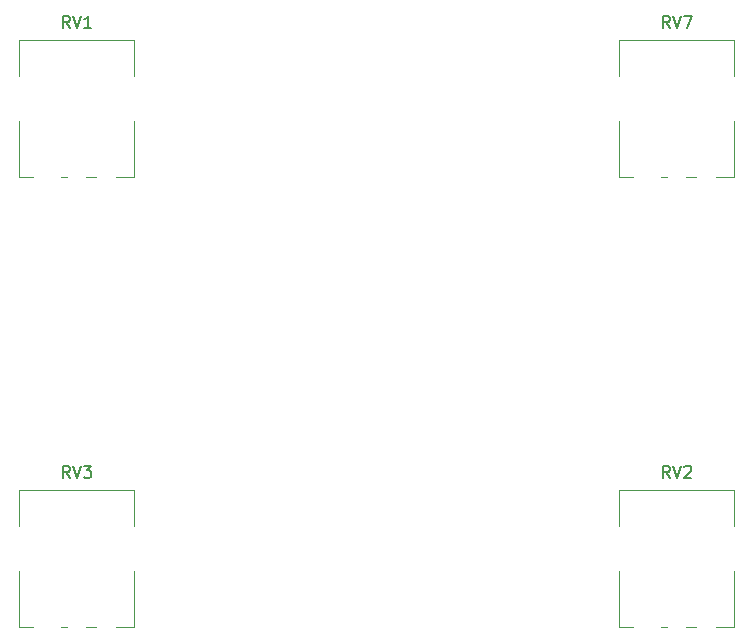
<source format=gbr>
G04 #@! TF.GenerationSoftware,KiCad,Pcbnew,5.1.6-c6e7f7d~86~ubuntu18.04.1*
G04 #@! TF.CreationDate,2020-06-21T16:50:38-04:00*
G04 #@! TF.ProjectId,modulation_source,6d6f6475-6c61-4746-996f-6e5f736f7572,rev?*
G04 #@! TF.SameCoordinates,Original*
G04 #@! TF.FileFunction,Legend,Top*
G04 #@! TF.FilePolarity,Positive*
%FSLAX46Y46*%
G04 Gerber Fmt 4.6, Leading zero omitted, Abs format (unit mm)*
G04 Created by KiCad (PCBNEW 5.1.6-c6e7f7d~86~ubuntu18.04.1) date 2020-06-21 16:50:38*
%MOMM*%
%LPD*%
G01*
G04 APERTURE LIST*
%ADD10C,0.120000*%
%ADD11C,0.150000*%
G04 APERTURE END LIST*
D10*
X181400000Y-53570000D02*
X171660000Y-53570000D01*
X181400000Y-65160000D02*
X179910000Y-65160000D01*
X181400000Y-56630000D02*
X181400000Y-53570000D01*
X171650000Y-65160000D02*
X171650000Y-60440000D01*
X171660000Y-56630000D02*
X171660000Y-53570000D01*
X181400000Y-65160000D02*
X181400000Y-60440000D01*
X172840000Y-65160000D02*
X171660000Y-65160000D01*
X175740000Y-65160000D02*
X175210000Y-65160000D01*
X178190000Y-65160000D02*
X177360000Y-65160000D01*
X130600000Y-91670000D02*
X120860000Y-91670000D01*
X130600000Y-103260000D02*
X129110000Y-103260000D01*
X130600000Y-94730000D02*
X130600000Y-91670000D01*
X120850000Y-103260000D02*
X120850000Y-98540000D01*
X120860000Y-94730000D02*
X120860000Y-91670000D01*
X130600000Y-103260000D02*
X130600000Y-98540000D01*
X122040000Y-103260000D02*
X120860000Y-103260000D01*
X124940000Y-103260000D02*
X124410000Y-103260000D01*
X127390000Y-103260000D02*
X126560000Y-103260000D01*
X181400000Y-91670000D02*
X171660000Y-91670000D01*
X181400000Y-103260000D02*
X179910000Y-103260000D01*
X181400000Y-94730000D02*
X181400000Y-91670000D01*
X171650000Y-103260000D02*
X171650000Y-98540000D01*
X171660000Y-94730000D02*
X171660000Y-91670000D01*
X181400000Y-103260000D02*
X181400000Y-98540000D01*
X172840000Y-103260000D02*
X171660000Y-103260000D01*
X175740000Y-103260000D02*
X175210000Y-103260000D01*
X178190000Y-103260000D02*
X177360000Y-103260000D01*
X130600000Y-53570000D02*
X120860000Y-53570000D01*
X130600000Y-65160000D02*
X129110000Y-65160000D01*
X130600000Y-56630000D02*
X130600000Y-53570000D01*
X120850000Y-65160000D02*
X120850000Y-60440000D01*
X120860000Y-56630000D02*
X120860000Y-53570000D01*
X130600000Y-65160000D02*
X130600000Y-60440000D01*
X122040000Y-65160000D02*
X120860000Y-65160000D01*
X124940000Y-65160000D02*
X124410000Y-65160000D01*
X127390000Y-65160000D02*
X126560000Y-65160000D01*
D11*
X175974761Y-52522380D02*
X175641428Y-52046190D01*
X175403333Y-52522380D02*
X175403333Y-51522380D01*
X175784285Y-51522380D01*
X175879523Y-51570000D01*
X175927142Y-51617619D01*
X175974761Y-51712857D01*
X175974761Y-51855714D01*
X175927142Y-51950952D01*
X175879523Y-51998571D01*
X175784285Y-52046190D01*
X175403333Y-52046190D01*
X176260476Y-51522380D02*
X176593809Y-52522380D01*
X176927142Y-51522380D01*
X177165238Y-51522380D02*
X177831904Y-51522380D01*
X177403333Y-52522380D01*
X125174761Y-90622380D02*
X124841428Y-90146190D01*
X124603333Y-90622380D02*
X124603333Y-89622380D01*
X124984285Y-89622380D01*
X125079523Y-89670000D01*
X125127142Y-89717619D01*
X125174761Y-89812857D01*
X125174761Y-89955714D01*
X125127142Y-90050952D01*
X125079523Y-90098571D01*
X124984285Y-90146190D01*
X124603333Y-90146190D01*
X125460476Y-89622380D02*
X125793809Y-90622380D01*
X126127142Y-89622380D01*
X126365238Y-89622380D02*
X126984285Y-89622380D01*
X126650952Y-90003333D01*
X126793809Y-90003333D01*
X126889047Y-90050952D01*
X126936666Y-90098571D01*
X126984285Y-90193809D01*
X126984285Y-90431904D01*
X126936666Y-90527142D01*
X126889047Y-90574761D01*
X126793809Y-90622380D01*
X126508095Y-90622380D01*
X126412857Y-90574761D01*
X126365238Y-90527142D01*
X175974761Y-90622380D02*
X175641428Y-90146190D01*
X175403333Y-90622380D02*
X175403333Y-89622380D01*
X175784285Y-89622380D01*
X175879523Y-89670000D01*
X175927142Y-89717619D01*
X175974761Y-89812857D01*
X175974761Y-89955714D01*
X175927142Y-90050952D01*
X175879523Y-90098571D01*
X175784285Y-90146190D01*
X175403333Y-90146190D01*
X176260476Y-89622380D02*
X176593809Y-90622380D01*
X176927142Y-89622380D01*
X177212857Y-89717619D02*
X177260476Y-89670000D01*
X177355714Y-89622380D01*
X177593809Y-89622380D01*
X177689047Y-89670000D01*
X177736666Y-89717619D01*
X177784285Y-89812857D01*
X177784285Y-89908095D01*
X177736666Y-90050952D01*
X177165238Y-90622380D01*
X177784285Y-90622380D01*
X125174761Y-52522380D02*
X124841428Y-52046190D01*
X124603333Y-52522380D02*
X124603333Y-51522380D01*
X124984285Y-51522380D01*
X125079523Y-51570000D01*
X125127142Y-51617619D01*
X125174761Y-51712857D01*
X125174761Y-51855714D01*
X125127142Y-51950952D01*
X125079523Y-51998571D01*
X124984285Y-52046190D01*
X124603333Y-52046190D01*
X125460476Y-51522380D02*
X125793809Y-52522380D01*
X126127142Y-51522380D01*
X126984285Y-52522380D02*
X126412857Y-52522380D01*
X126698571Y-52522380D02*
X126698571Y-51522380D01*
X126603333Y-51665238D01*
X126508095Y-51760476D01*
X126412857Y-51808095D01*
M02*

</source>
